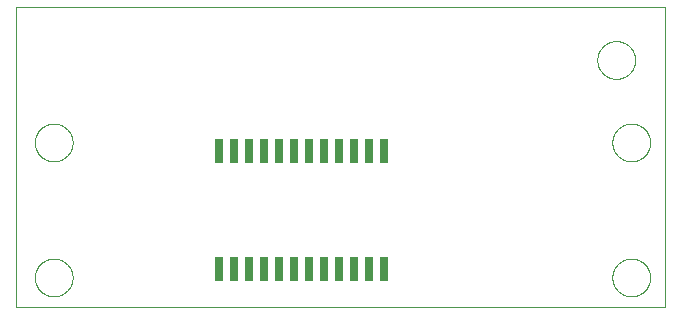
<source format=gtp>
G75*
%MOIN*%
%OFA0B0*%
%FSLAX25Y25*%
%IPPOS*%
%LPD*%
%AMOC8*
5,1,8,0,0,1.08239X$1,22.5*
%
%ADD10C,0.00000*%
%ADD11R,0.02600X0.08000*%
D10*
X0031420Y0001000D02*
X0031420Y0101000D01*
X0247670Y0101000D01*
X0247670Y0001000D01*
X0031420Y0001000D01*
X0037621Y0011000D02*
X0037623Y0011158D01*
X0037629Y0011316D01*
X0037639Y0011474D01*
X0037653Y0011632D01*
X0037671Y0011789D01*
X0037692Y0011946D01*
X0037718Y0012102D01*
X0037748Y0012258D01*
X0037781Y0012413D01*
X0037819Y0012566D01*
X0037860Y0012719D01*
X0037905Y0012871D01*
X0037954Y0013022D01*
X0038007Y0013171D01*
X0038063Y0013319D01*
X0038123Y0013465D01*
X0038187Y0013610D01*
X0038255Y0013753D01*
X0038326Y0013895D01*
X0038400Y0014035D01*
X0038478Y0014172D01*
X0038560Y0014308D01*
X0038644Y0014442D01*
X0038733Y0014573D01*
X0038824Y0014702D01*
X0038919Y0014829D01*
X0039016Y0014954D01*
X0039117Y0015076D01*
X0039221Y0015195D01*
X0039328Y0015312D01*
X0039438Y0015426D01*
X0039551Y0015537D01*
X0039666Y0015646D01*
X0039784Y0015751D01*
X0039905Y0015853D01*
X0040028Y0015953D01*
X0040154Y0016049D01*
X0040282Y0016142D01*
X0040412Y0016232D01*
X0040545Y0016318D01*
X0040680Y0016402D01*
X0040816Y0016481D01*
X0040955Y0016558D01*
X0041096Y0016630D01*
X0041238Y0016700D01*
X0041382Y0016765D01*
X0041528Y0016827D01*
X0041675Y0016885D01*
X0041824Y0016940D01*
X0041974Y0016991D01*
X0042125Y0017038D01*
X0042277Y0017081D01*
X0042430Y0017120D01*
X0042585Y0017156D01*
X0042740Y0017187D01*
X0042896Y0017215D01*
X0043052Y0017239D01*
X0043209Y0017259D01*
X0043367Y0017275D01*
X0043524Y0017287D01*
X0043683Y0017295D01*
X0043841Y0017299D01*
X0043999Y0017299D01*
X0044157Y0017295D01*
X0044316Y0017287D01*
X0044473Y0017275D01*
X0044631Y0017259D01*
X0044788Y0017239D01*
X0044944Y0017215D01*
X0045100Y0017187D01*
X0045255Y0017156D01*
X0045410Y0017120D01*
X0045563Y0017081D01*
X0045715Y0017038D01*
X0045866Y0016991D01*
X0046016Y0016940D01*
X0046165Y0016885D01*
X0046312Y0016827D01*
X0046458Y0016765D01*
X0046602Y0016700D01*
X0046744Y0016630D01*
X0046885Y0016558D01*
X0047024Y0016481D01*
X0047160Y0016402D01*
X0047295Y0016318D01*
X0047428Y0016232D01*
X0047558Y0016142D01*
X0047686Y0016049D01*
X0047812Y0015953D01*
X0047935Y0015853D01*
X0048056Y0015751D01*
X0048174Y0015646D01*
X0048289Y0015537D01*
X0048402Y0015426D01*
X0048512Y0015312D01*
X0048619Y0015195D01*
X0048723Y0015076D01*
X0048824Y0014954D01*
X0048921Y0014829D01*
X0049016Y0014702D01*
X0049107Y0014573D01*
X0049196Y0014442D01*
X0049280Y0014308D01*
X0049362Y0014172D01*
X0049440Y0014035D01*
X0049514Y0013895D01*
X0049585Y0013753D01*
X0049653Y0013610D01*
X0049717Y0013465D01*
X0049777Y0013319D01*
X0049833Y0013171D01*
X0049886Y0013022D01*
X0049935Y0012871D01*
X0049980Y0012719D01*
X0050021Y0012566D01*
X0050059Y0012413D01*
X0050092Y0012258D01*
X0050122Y0012102D01*
X0050148Y0011946D01*
X0050169Y0011789D01*
X0050187Y0011632D01*
X0050201Y0011474D01*
X0050211Y0011316D01*
X0050217Y0011158D01*
X0050219Y0011000D01*
X0050217Y0010842D01*
X0050211Y0010684D01*
X0050201Y0010526D01*
X0050187Y0010368D01*
X0050169Y0010211D01*
X0050148Y0010054D01*
X0050122Y0009898D01*
X0050092Y0009742D01*
X0050059Y0009587D01*
X0050021Y0009434D01*
X0049980Y0009281D01*
X0049935Y0009129D01*
X0049886Y0008978D01*
X0049833Y0008829D01*
X0049777Y0008681D01*
X0049717Y0008535D01*
X0049653Y0008390D01*
X0049585Y0008247D01*
X0049514Y0008105D01*
X0049440Y0007965D01*
X0049362Y0007828D01*
X0049280Y0007692D01*
X0049196Y0007558D01*
X0049107Y0007427D01*
X0049016Y0007298D01*
X0048921Y0007171D01*
X0048824Y0007046D01*
X0048723Y0006924D01*
X0048619Y0006805D01*
X0048512Y0006688D01*
X0048402Y0006574D01*
X0048289Y0006463D01*
X0048174Y0006354D01*
X0048056Y0006249D01*
X0047935Y0006147D01*
X0047812Y0006047D01*
X0047686Y0005951D01*
X0047558Y0005858D01*
X0047428Y0005768D01*
X0047295Y0005682D01*
X0047160Y0005598D01*
X0047024Y0005519D01*
X0046885Y0005442D01*
X0046744Y0005370D01*
X0046602Y0005300D01*
X0046458Y0005235D01*
X0046312Y0005173D01*
X0046165Y0005115D01*
X0046016Y0005060D01*
X0045866Y0005009D01*
X0045715Y0004962D01*
X0045563Y0004919D01*
X0045410Y0004880D01*
X0045255Y0004844D01*
X0045100Y0004813D01*
X0044944Y0004785D01*
X0044788Y0004761D01*
X0044631Y0004741D01*
X0044473Y0004725D01*
X0044316Y0004713D01*
X0044157Y0004705D01*
X0043999Y0004701D01*
X0043841Y0004701D01*
X0043683Y0004705D01*
X0043524Y0004713D01*
X0043367Y0004725D01*
X0043209Y0004741D01*
X0043052Y0004761D01*
X0042896Y0004785D01*
X0042740Y0004813D01*
X0042585Y0004844D01*
X0042430Y0004880D01*
X0042277Y0004919D01*
X0042125Y0004962D01*
X0041974Y0005009D01*
X0041824Y0005060D01*
X0041675Y0005115D01*
X0041528Y0005173D01*
X0041382Y0005235D01*
X0041238Y0005300D01*
X0041096Y0005370D01*
X0040955Y0005442D01*
X0040816Y0005519D01*
X0040680Y0005598D01*
X0040545Y0005682D01*
X0040412Y0005768D01*
X0040282Y0005858D01*
X0040154Y0005951D01*
X0040028Y0006047D01*
X0039905Y0006147D01*
X0039784Y0006249D01*
X0039666Y0006354D01*
X0039551Y0006463D01*
X0039438Y0006574D01*
X0039328Y0006688D01*
X0039221Y0006805D01*
X0039117Y0006924D01*
X0039016Y0007046D01*
X0038919Y0007171D01*
X0038824Y0007298D01*
X0038733Y0007427D01*
X0038644Y0007558D01*
X0038560Y0007692D01*
X0038478Y0007828D01*
X0038400Y0007965D01*
X0038326Y0008105D01*
X0038255Y0008247D01*
X0038187Y0008390D01*
X0038123Y0008535D01*
X0038063Y0008681D01*
X0038007Y0008829D01*
X0037954Y0008978D01*
X0037905Y0009129D01*
X0037860Y0009281D01*
X0037819Y0009434D01*
X0037781Y0009587D01*
X0037748Y0009742D01*
X0037718Y0009898D01*
X0037692Y0010054D01*
X0037671Y0010211D01*
X0037653Y0010368D01*
X0037639Y0010526D01*
X0037629Y0010684D01*
X0037623Y0010842D01*
X0037621Y0011000D01*
X0037621Y0056000D02*
X0037623Y0056158D01*
X0037629Y0056316D01*
X0037639Y0056474D01*
X0037653Y0056632D01*
X0037671Y0056789D01*
X0037692Y0056946D01*
X0037718Y0057102D01*
X0037748Y0057258D01*
X0037781Y0057413D01*
X0037819Y0057566D01*
X0037860Y0057719D01*
X0037905Y0057871D01*
X0037954Y0058022D01*
X0038007Y0058171D01*
X0038063Y0058319D01*
X0038123Y0058465D01*
X0038187Y0058610D01*
X0038255Y0058753D01*
X0038326Y0058895D01*
X0038400Y0059035D01*
X0038478Y0059172D01*
X0038560Y0059308D01*
X0038644Y0059442D01*
X0038733Y0059573D01*
X0038824Y0059702D01*
X0038919Y0059829D01*
X0039016Y0059954D01*
X0039117Y0060076D01*
X0039221Y0060195D01*
X0039328Y0060312D01*
X0039438Y0060426D01*
X0039551Y0060537D01*
X0039666Y0060646D01*
X0039784Y0060751D01*
X0039905Y0060853D01*
X0040028Y0060953D01*
X0040154Y0061049D01*
X0040282Y0061142D01*
X0040412Y0061232D01*
X0040545Y0061318D01*
X0040680Y0061402D01*
X0040816Y0061481D01*
X0040955Y0061558D01*
X0041096Y0061630D01*
X0041238Y0061700D01*
X0041382Y0061765D01*
X0041528Y0061827D01*
X0041675Y0061885D01*
X0041824Y0061940D01*
X0041974Y0061991D01*
X0042125Y0062038D01*
X0042277Y0062081D01*
X0042430Y0062120D01*
X0042585Y0062156D01*
X0042740Y0062187D01*
X0042896Y0062215D01*
X0043052Y0062239D01*
X0043209Y0062259D01*
X0043367Y0062275D01*
X0043524Y0062287D01*
X0043683Y0062295D01*
X0043841Y0062299D01*
X0043999Y0062299D01*
X0044157Y0062295D01*
X0044316Y0062287D01*
X0044473Y0062275D01*
X0044631Y0062259D01*
X0044788Y0062239D01*
X0044944Y0062215D01*
X0045100Y0062187D01*
X0045255Y0062156D01*
X0045410Y0062120D01*
X0045563Y0062081D01*
X0045715Y0062038D01*
X0045866Y0061991D01*
X0046016Y0061940D01*
X0046165Y0061885D01*
X0046312Y0061827D01*
X0046458Y0061765D01*
X0046602Y0061700D01*
X0046744Y0061630D01*
X0046885Y0061558D01*
X0047024Y0061481D01*
X0047160Y0061402D01*
X0047295Y0061318D01*
X0047428Y0061232D01*
X0047558Y0061142D01*
X0047686Y0061049D01*
X0047812Y0060953D01*
X0047935Y0060853D01*
X0048056Y0060751D01*
X0048174Y0060646D01*
X0048289Y0060537D01*
X0048402Y0060426D01*
X0048512Y0060312D01*
X0048619Y0060195D01*
X0048723Y0060076D01*
X0048824Y0059954D01*
X0048921Y0059829D01*
X0049016Y0059702D01*
X0049107Y0059573D01*
X0049196Y0059442D01*
X0049280Y0059308D01*
X0049362Y0059172D01*
X0049440Y0059035D01*
X0049514Y0058895D01*
X0049585Y0058753D01*
X0049653Y0058610D01*
X0049717Y0058465D01*
X0049777Y0058319D01*
X0049833Y0058171D01*
X0049886Y0058022D01*
X0049935Y0057871D01*
X0049980Y0057719D01*
X0050021Y0057566D01*
X0050059Y0057413D01*
X0050092Y0057258D01*
X0050122Y0057102D01*
X0050148Y0056946D01*
X0050169Y0056789D01*
X0050187Y0056632D01*
X0050201Y0056474D01*
X0050211Y0056316D01*
X0050217Y0056158D01*
X0050219Y0056000D01*
X0050217Y0055842D01*
X0050211Y0055684D01*
X0050201Y0055526D01*
X0050187Y0055368D01*
X0050169Y0055211D01*
X0050148Y0055054D01*
X0050122Y0054898D01*
X0050092Y0054742D01*
X0050059Y0054587D01*
X0050021Y0054434D01*
X0049980Y0054281D01*
X0049935Y0054129D01*
X0049886Y0053978D01*
X0049833Y0053829D01*
X0049777Y0053681D01*
X0049717Y0053535D01*
X0049653Y0053390D01*
X0049585Y0053247D01*
X0049514Y0053105D01*
X0049440Y0052965D01*
X0049362Y0052828D01*
X0049280Y0052692D01*
X0049196Y0052558D01*
X0049107Y0052427D01*
X0049016Y0052298D01*
X0048921Y0052171D01*
X0048824Y0052046D01*
X0048723Y0051924D01*
X0048619Y0051805D01*
X0048512Y0051688D01*
X0048402Y0051574D01*
X0048289Y0051463D01*
X0048174Y0051354D01*
X0048056Y0051249D01*
X0047935Y0051147D01*
X0047812Y0051047D01*
X0047686Y0050951D01*
X0047558Y0050858D01*
X0047428Y0050768D01*
X0047295Y0050682D01*
X0047160Y0050598D01*
X0047024Y0050519D01*
X0046885Y0050442D01*
X0046744Y0050370D01*
X0046602Y0050300D01*
X0046458Y0050235D01*
X0046312Y0050173D01*
X0046165Y0050115D01*
X0046016Y0050060D01*
X0045866Y0050009D01*
X0045715Y0049962D01*
X0045563Y0049919D01*
X0045410Y0049880D01*
X0045255Y0049844D01*
X0045100Y0049813D01*
X0044944Y0049785D01*
X0044788Y0049761D01*
X0044631Y0049741D01*
X0044473Y0049725D01*
X0044316Y0049713D01*
X0044157Y0049705D01*
X0043999Y0049701D01*
X0043841Y0049701D01*
X0043683Y0049705D01*
X0043524Y0049713D01*
X0043367Y0049725D01*
X0043209Y0049741D01*
X0043052Y0049761D01*
X0042896Y0049785D01*
X0042740Y0049813D01*
X0042585Y0049844D01*
X0042430Y0049880D01*
X0042277Y0049919D01*
X0042125Y0049962D01*
X0041974Y0050009D01*
X0041824Y0050060D01*
X0041675Y0050115D01*
X0041528Y0050173D01*
X0041382Y0050235D01*
X0041238Y0050300D01*
X0041096Y0050370D01*
X0040955Y0050442D01*
X0040816Y0050519D01*
X0040680Y0050598D01*
X0040545Y0050682D01*
X0040412Y0050768D01*
X0040282Y0050858D01*
X0040154Y0050951D01*
X0040028Y0051047D01*
X0039905Y0051147D01*
X0039784Y0051249D01*
X0039666Y0051354D01*
X0039551Y0051463D01*
X0039438Y0051574D01*
X0039328Y0051688D01*
X0039221Y0051805D01*
X0039117Y0051924D01*
X0039016Y0052046D01*
X0038919Y0052171D01*
X0038824Y0052298D01*
X0038733Y0052427D01*
X0038644Y0052558D01*
X0038560Y0052692D01*
X0038478Y0052828D01*
X0038400Y0052965D01*
X0038326Y0053105D01*
X0038255Y0053247D01*
X0038187Y0053390D01*
X0038123Y0053535D01*
X0038063Y0053681D01*
X0038007Y0053829D01*
X0037954Y0053978D01*
X0037905Y0054129D01*
X0037860Y0054281D01*
X0037819Y0054434D01*
X0037781Y0054587D01*
X0037748Y0054742D01*
X0037718Y0054898D01*
X0037692Y0055054D01*
X0037671Y0055211D01*
X0037653Y0055368D01*
X0037639Y0055526D01*
X0037629Y0055684D01*
X0037623Y0055842D01*
X0037621Y0056000D01*
X0225121Y0083500D02*
X0225123Y0083658D01*
X0225129Y0083816D01*
X0225139Y0083974D01*
X0225153Y0084132D01*
X0225171Y0084289D01*
X0225192Y0084446D01*
X0225218Y0084602D01*
X0225248Y0084758D01*
X0225281Y0084913D01*
X0225319Y0085066D01*
X0225360Y0085219D01*
X0225405Y0085371D01*
X0225454Y0085522D01*
X0225507Y0085671D01*
X0225563Y0085819D01*
X0225623Y0085965D01*
X0225687Y0086110D01*
X0225755Y0086253D01*
X0225826Y0086395D01*
X0225900Y0086535D01*
X0225978Y0086672D01*
X0226060Y0086808D01*
X0226144Y0086942D01*
X0226233Y0087073D01*
X0226324Y0087202D01*
X0226419Y0087329D01*
X0226516Y0087454D01*
X0226617Y0087576D01*
X0226721Y0087695D01*
X0226828Y0087812D01*
X0226938Y0087926D01*
X0227051Y0088037D01*
X0227166Y0088146D01*
X0227284Y0088251D01*
X0227405Y0088353D01*
X0227528Y0088453D01*
X0227654Y0088549D01*
X0227782Y0088642D01*
X0227912Y0088732D01*
X0228045Y0088818D01*
X0228180Y0088902D01*
X0228316Y0088981D01*
X0228455Y0089058D01*
X0228596Y0089130D01*
X0228738Y0089200D01*
X0228882Y0089265D01*
X0229028Y0089327D01*
X0229175Y0089385D01*
X0229324Y0089440D01*
X0229474Y0089491D01*
X0229625Y0089538D01*
X0229777Y0089581D01*
X0229930Y0089620D01*
X0230085Y0089656D01*
X0230240Y0089687D01*
X0230396Y0089715D01*
X0230552Y0089739D01*
X0230709Y0089759D01*
X0230867Y0089775D01*
X0231024Y0089787D01*
X0231183Y0089795D01*
X0231341Y0089799D01*
X0231499Y0089799D01*
X0231657Y0089795D01*
X0231816Y0089787D01*
X0231973Y0089775D01*
X0232131Y0089759D01*
X0232288Y0089739D01*
X0232444Y0089715D01*
X0232600Y0089687D01*
X0232755Y0089656D01*
X0232910Y0089620D01*
X0233063Y0089581D01*
X0233215Y0089538D01*
X0233366Y0089491D01*
X0233516Y0089440D01*
X0233665Y0089385D01*
X0233812Y0089327D01*
X0233958Y0089265D01*
X0234102Y0089200D01*
X0234244Y0089130D01*
X0234385Y0089058D01*
X0234524Y0088981D01*
X0234660Y0088902D01*
X0234795Y0088818D01*
X0234928Y0088732D01*
X0235058Y0088642D01*
X0235186Y0088549D01*
X0235312Y0088453D01*
X0235435Y0088353D01*
X0235556Y0088251D01*
X0235674Y0088146D01*
X0235789Y0088037D01*
X0235902Y0087926D01*
X0236012Y0087812D01*
X0236119Y0087695D01*
X0236223Y0087576D01*
X0236324Y0087454D01*
X0236421Y0087329D01*
X0236516Y0087202D01*
X0236607Y0087073D01*
X0236696Y0086942D01*
X0236780Y0086808D01*
X0236862Y0086672D01*
X0236940Y0086535D01*
X0237014Y0086395D01*
X0237085Y0086253D01*
X0237153Y0086110D01*
X0237217Y0085965D01*
X0237277Y0085819D01*
X0237333Y0085671D01*
X0237386Y0085522D01*
X0237435Y0085371D01*
X0237480Y0085219D01*
X0237521Y0085066D01*
X0237559Y0084913D01*
X0237592Y0084758D01*
X0237622Y0084602D01*
X0237648Y0084446D01*
X0237669Y0084289D01*
X0237687Y0084132D01*
X0237701Y0083974D01*
X0237711Y0083816D01*
X0237717Y0083658D01*
X0237719Y0083500D01*
X0237717Y0083342D01*
X0237711Y0083184D01*
X0237701Y0083026D01*
X0237687Y0082868D01*
X0237669Y0082711D01*
X0237648Y0082554D01*
X0237622Y0082398D01*
X0237592Y0082242D01*
X0237559Y0082087D01*
X0237521Y0081934D01*
X0237480Y0081781D01*
X0237435Y0081629D01*
X0237386Y0081478D01*
X0237333Y0081329D01*
X0237277Y0081181D01*
X0237217Y0081035D01*
X0237153Y0080890D01*
X0237085Y0080747D01*
X0237014Y0080605D01*
X0236940Y0080465D01*
X0236862Y0080328D01*
X0236780Y0080192D01*
X0236696Y0080058D01*
X0236607Y0079927D01*
X0236516Y0079798D01*
X0236421Y0079671D01*
X0236324Y0079546D01*
X0236223Y0079424D01*
X0236119Y0079305D01*
X0236012Y0079188D01*
X0235902Y0079074D01*
X0235789Y0078963D01*
X0235674Y0078854D01*
X0235556Y0078749D01*
X0235435Y0078647D01*
X0235312Y0078547D01*
X0235186Y0078451D01*
X0235058Y0078358D01*
X0234928Y0078268D01*
X0234795Y0078182D01*
X0234660Y0078098D01*
X0234524Y0078019D01*
X0234385Y0077942D01*
X0234244Y0077870D01*
X0234102Y0077800D01*
X0233958Y0077735D01*
X0233812Y0077673D01*
X0233665Y0077615D01*
X0233516Y0077560D01*
X0233366Y0077509D01*
X0233215Y0077462D01*
X0233063Y0077419D01*
X0232910Y0077380D01*
X0232755Y0077344D01*
X0232600Y0077313D01*
X0232444Y0077285D01*
X0232288Y0077261D01*
X0232131Y0077241D01*
X0231973Y0077225D01*
X0231816Y0077213D01*
X0231657Y0077205D01*
X0231499Y0077201D01*
X0231341Y0077201D01*
X0231183Y0077205D01*
X0231024Y0077213D01*
X0230867Y0077225D01*
X0230709Y0077241D01*
X0230552Y0077261D01*
X0230396Y0077285D01*
X0230240Y0077313D01*
X0230085Y0077344D01*
X0229930Y0077380D01*
X0229777Y0077419D01*
X0229625Y0077462D01*
X0229474Y0077509D01*
X0229324Y0077560D01*
X0229175Y0077615D01*
X0229028Y0077673D01*
X0228882Y0077735D01*
X0228738Y0077800D01*
X0228596Y0077870D01*
X0228455Y0077942D01*
X0228316Y0078019D01*
X0228180Y0078098D01*
X0228045Y0078182D01*
X0227912Y0078268D01*
X0227782Y0078358D01*
X0227654Y0078451D01*
X0227528Y0078547D01*
X0227405Y0078647D01*
X0227284Y0078749D01*
X0227166Y0078854D01*
X0227051Y0078963D01*
X0226938Y0079074D01*
X0226828Y0079188D01*
X0226721Y0079305D01*
X0226617Y0079424D01*
X0226516Y0079546D01*
X0226419Y0079671D01*
X0226324Y0079798D01*
X0226233Y0079927D01*
X0226144Y0080058D01*
X0226060Y0080192D01*
X0225978Y0080328D01*
X0225900Y0080465D01*
X0225826Y0080605D01*
X0225755Y0080747D01*
X0225687Y0080890D01*
X0225623Y0081035D01*
X0225563Y0081181D01*
X0225507Y0081329D01*
X0225454Y0081478D01*
X0225405Y0081629D01*
X0225360Y0081781D01*
X0225319Y0081934D01*
X0225281Y0082087D01*
X0225248Y0082242D01*
X0225218Y0082398D01*
X0225192Y0082554D01*
X0225171Y0082711D01*
X0225153Y0082868D01*
X0225139Y0083026D01*
X0225129Y0083184D01*
X0225123Y0083342D01*
X0225121Y0083500D01*
X0230121Y0056000D02*
X0230123Y0056158D01*
X0230129Y0056316D01*
X0230139Y0056474D01*
X0230153Y0056632D01*
X0230171Y0056789D01*
X0230192Y0056946D01*
X0230218Y0057102D01*
X0230248Y0057258D01*
X0230281Y0057413D01*
X0230319Y0057566D01*
X0230360Y0057719D01*
X0230405Y0057871D01*
X0230454Y0058022D01*
X0230507Y0058171D01*
X0230563Y0058319D01*
X0230623Y0058465D01*
X0230687Y0058610D01*
X0230755Y0058753D01*
X0230826Y0058895D01*
X0230900Y0059035D01*
X0230978Y0059172D01*
X0231060Y0059308D01*
X0231144Y0059442D01*
X0231233Y0059573D01*
X0231324Y0059702D01*
X0231419Y0059829D01*
X0231516Y0059954D01*
X0231617Y0060076D01*
X0231721Y0060195D01*
X0231828Y0060312D01*
X0231938Y0060426D01*
X0232051Y0060537D01*
X0232166Y0060646D01*
X0232284Y0060751D01*
X0232405Y0060853D01*
X0232528Y0060953D01*
X0232654Y0061049D01*
X0232782Y0061142D01*
X0232912Y0061232D01*
X0233045Y0061318D01*
X0233180Y0061402D01*
X0233316Y0061481D01*
X0233455Y0061558D01*
X0233596Y0061630D01*
X0233738Y0061700D01*
X0233882Y0061765D01*
X0234028Y0061827D01*
X0234175Y0061885D01*
X0234324Y0061940D01*
X0234474Y0061991D01*
X0234625Y0062038D01*
X0234777Y0062081D01*
X0234930Y0062120D01*
X0235085Y0062156D01*
X0235240Y0062187D01*
X0235396Y0062215D01*
X0235552Y0062239D01*
X0235709Y0062259D01*
X0235867Y0062275D01*
X0236024Y0062287D01*
X0236183Y0062295D01*
X0236341Y0062299D01*
X0236499Y0062299D01*
X0236657Y0062295D01*
X0236816Y0062287D01*
X0236973Y0062275D01*
X0237131Y0062259D01*
X0237288Y0062239D01*
X0237444Y0062215D01*
X0237600Y0062187D01*
X0237755Y0062156D01*
X0237910Y0062120D01*
X0238063Y0062081D01*
X0238215Y0062038D01*
X0238366Y0061991D01*
X0238516Y0061940D01*
X0238665Y0061885D01*
X0238812Y0061827D01*
X0238958Y0061765D01*
X0239102Y0061700D01*
X0239244Y0061630D01*
X0239385Y0061558D01*
X0239524Y0061481D01*
X0239660Y0061402D01*
X0239795Y0061318D01*
X0239928Y0061232D01*
X0240058Y0061142D01*
X0240186Y0061049D01*
X0240312Y0060953D01*
X0240435Y0060853D01*
X0240556Y0060751D01*
X0240674Y0060646D01*
X0240789Y0060537D01*
X0240902Y0060426D01*
X0241012Y0060312D01*
X0241119Y0060195D01*
X0241223Y0060076D01*
X0241324Y0059954D01*
X0241421Y0059829D01*
X0241516Y0059702D01*
X0241607Y0059573D01*
X0241696Y0059442D01*
X0241780Y0059308D01*
X0241862Y0059172D01*
X0241940Y0059035D01*
X0242014Y0058895D01*
X0242085Y0058753D01*
X0242153Y0058610D01*
X0242217Y0058465D01*
X0242277Y0058319D01*
X0242333Y0058171D01*
X0242386Y0058022D01*
X0242435Y0057871D01*
X0242480Y0057719D01*
X0242521Y0057566D01*
X0242559Y0057413D01*
X0242592Y0057258D01*
X0242622Y0057102D01*
X0242648Y0056946D01*
X0242669Y0056789D01*
X0242687Y0056632D01*
X0242701Y0056474D01*
X0242711Y0056316D01*
X0242717Y0056158D01*
X0242719Y0056000D01*
X0242717Y0055842D01*
X0242711Y0055684D01*
X0242701Y0055526D01*
X0242687Y0055368D01*
X0242669Y0055211D01*
X0242648Y0055054D01*
X0242622Y0054898D01*
X0242592Y0054742D01*
X0242559Y0054587D01*
X0242521Y0054434D01*
X0242480Y0054281D01*
X0242435Y0054129D01*
X0242386Y0053978D01*
X0242333Y0053829D01*
X0242277Y0053681D01*
X0242217Y0053535D01*
X0242153Y0053390D01*
X0242085Y0053247D01*
X0242014Y0053105D01*
X0241940Y0052965D01*
X0241862Y0052828D01*
X0241780Y0052692D01*
X0241696Y0052558D01*
X0241607Y0052427D01*
X0241516Y0052298D01*
X0241421Y0052171D01*
X0241324Y0052046D01*
X0241223Y0051924D01*
X0241119Y0051805D01*
X0241012Y0051688D01*
X0240902Y0051574D01*
X0240789Y0051463D01*
X0240674Y0051354D01*
X0240556Y0051249D01*
X0240435Y0051147D01*
X0240312Y0051047D01*
X0240186Y0050951D01*
X0240058Y0050858D01*
X0239928Y0050768D01*
X0239795Y0050682D01*
X0239660Y0050598D01*
X0239524Y0050519D01*
X0239385Y0050442D01*
X0239244Y0050370D01*
X0239102Y0050300D01*
X0238958Y0050235D01*
X0238812Y0050173D01*
X0238665Y0050115D01*
X0238516Y0050060D01*
X0238366Y0050009D01*
X0238215Y0049962D01*
X0238063Y0049919D01*
X0237910Y0049880D01*
X0237755Y0049844D01*
X0237600Y0049813D01*
X0237444Y0049785D01*
X0237288Y0049761D01*
X0237131Y0049741D01*
X0236973Y0049725D01*
X0236816Y0049713D01*
X0236657Y0049705D01*
X0236499Y0049701D01*
X0236341Y0049701D01*
X0236183Y0049705D01*
X0236024Y0049713D01*
X0235867Y0049725D01*
X0235709Y0049741D01*
X0235552Y0049761D01*
X0235396Y0049785D01*
X0235240Y0049813D01*
X0235085Y0049844D01*
X0234930Y0049880D01*
X0234777Y0049919D01*
X0234625Y0049962D01*
X0234474Y0050009D01*
X0234324Y0050060D01*
X0234175Y0050115D01*
X0234028Y0050173D01*
X0233882Y0050235D01*
X0233738Y0050300D01*
X0233596Y0050370D01*
X0233455Y0050442D01*
X0233316Y0050519D01*
X0233180Y0050598D01*
X0233045Y0050682D01*
X0232912Y0050768D01*
X0232782Y0050858D01*
X0232654Y0050951D01*
X0232528Y0051047D01*
X0232405Y0051147D01*
X0232284Y0051249D01*
X0232166Y0051354D01*
X0232051Y0051463D01*
X0231938Y0051574D01*
X0231828Y0051688D01*
X0231721Y0051805D01*
X0231617Y0051924D01*
X0231516Y0052046D01*
X0231419Y0052171D01*
X0231324Y0052298D01*
X0231233Y0052427D01*
X0231144Y0052558D01*
X0231060Y0052692D01*
X0230978Y0052828D01*
X0230900Y0052965D01*
X0230826Y0053105D01*
X0230755Y0053247D01*
X0230687Y0053390D01*
X0230623Y0053535D01*
X0230563Y0053681D01*
X0230507Y0053829D01*
X0230454Y0053978D01*
X0230405Y0054129D01*
X0230360Y0054281D01*
X0230319Y0054434D01*
X0230281Y0054587D01*
X0230248Y0054742D01*
X0230218Y0054898D01*
X0230192Y0055054D01*
X0230171Y0055211D01*
X0230153Y0055368D01*
X0230139Y0055526D01*
X0230129Y0055684D01*
X0230123Y0055842D01*
X0230121Y0056000D01*
X0230121Y0011000D02*
X0230123Y0011158D01*
X0230129Y0011316D01*
X0230139Y0011474D01*
X0230153Y0011632D01*
X0230171Y0011789D01*
X0230192Y0011946D01*
X0230218Y0012102D01*
X0230248Y0012258D01*
X0230281Y0012413D01*
X0230319Y0012566D01*
X0230360Y0012719D01*
X0230405Y0012871D01*
X0230454Y0013022D01*
X0230507Y0013171D01*
X0230563Y0013319D01*
X0230623Y0013465D01*
X0230687Y0013610D01*
X0230755Y0013753D01*
X0230826Y0013895D01*
X0230900Y0014035D01*
X0230978Y0014172D01*
X0231060Y0014308D01*
X0231144Y0014442D01*
X0231233Y0014573D01*
X0231324Y0014702D01*
X0231419Y0014829D01*
X0231516Y0014954D01*
X0231617Y0015076D01*
X0231721Y0015195D01*
X0231828Y0015312D01*
X0231938Y0015426D01*
X0232051Y0015537D01*
X0232166Y0015646D01*
X0232284Y0015751D01*
X0232405Y0015853D01*
X0232528Y0015953D01*
X0232654Y0016049D01*
X0232782Y0016142D01*
X0232912Y0016232D01*
X0233045Y0016318D01*
X0233180Y0016402D01*
X0233316Y0016481D01*
X0233455Y0016558D01*
X0233596Y0016630D01*
X0233738Y0016700D01*
X0233882Y0016765D01*
X0234028Y0016827D01*
X0234175Y0016885D01*
X0234324Y0016940D01*
X0234474Y0016991D01*
X0234625Y0017038D01*
X0234777Y0017081D01*
X0234930Y0017120D01*
X0235085Y0017156D01*
X0235240Y0017187D01*
X0235396Y0017215D01*
X0235552Y0017239D01*
X0235709Y0017259D01*
X0235867Y0017275D01*
X0236024Y0017287D01*
X0236183Y0017295D01*
X0236341Y0017299D01*
X0236499Y0017299D01*
X0236657Y0017295D01*
X0236816Y0017287D01*
X0236973Y0017275D01*
X0237131Y0017259D01*
X0237288Y0017239D01*
X0237444Y0017215D01*
X0237600Y0017187D01*
X0237755Y0017156D01*
X0237910Y0017120D01*
X0238063Y0017081D01*
X0238215Y0017038D01*
X0238366Y0016991D01*
X0238516Y0016940D01*
X0238665Y0016885D01*
X0238812Y0016827D01*
X0238958Y0016765D01*
X0239102Y0016700D01*
X0239244Y0016630D01*
X0239385Y0016558D01*
X0239524Y0016481D01*
X0239660Y0016402D01*
X0239795Y0016318D01*
X0239928Y0016232D01*
X0240058Y0016142D01*
X0240186Y0016049D01*
X0240312Y0015953D01*
X0240435Y0015853D01*
X0240556Y0015751D01*
X0240674Y0015646D01*
X0240789Y0015537D01*
X0240902Y0015426D01*
X0241012Y0015312D01*
X0241119Y0015195D01*
X0241223Y0015076D01*
X0241324Y0014954D01*
X0241421Y0014829D01*
X0241516Y0014702D01*
X0241607Y0014573D01*
X0241696Y0014442D01*
X0241780Y0014308D01*
X0241862Y0014172D01*
X0241940Y0014035D01*
X0242014Y0013895D01*
X0242085Y0013753D01*
X0242153Y0013610D01*
X0242217Y0013465D01*
X0242277Y0013319D01*
X0242333Y0013171D01*
X0242386Y0013022D01*
X0242435Y0012871D01*
X0242480Y0012719D01*
X0242521Y0012566D01*
X0242559Y0012413D01*
X0242592Y0012258D01*
X0242622Y0012102D01*
X0242648Y0011946D01*
X0242669Y0011789D01*
X0242687Y0011632D01*
X0242701Y0011474D01*
X0242711Y0011316D01*
X0242717Y0011158D01*
X0242719Y0011000D01*
X0242717Y0010842D01*
X0242711Y0010684D01*
X0242701Y0010526D01*
X0242687Y0010368D01*
X0242669Y0010211D01*
X0242648Y0010054D01*
X0242622Y0009898D01*
X0242592Y0009742D01*
X0242559Y0009587D01*
X0242521Y0009434D01*
X0242480Y0009281D01*
X0242435Y0009129D01*
X0242386Y0008978D01*
X0242333Y0008829D01*
X0242277Y0008681D01*
X0242217Y0008535D01*
X0242153Y0008390D01*
X0242085Y0008247D01*
X0242014Y0008105D01*
X0241940Y0007965D01*
X0241862Y0007828D01*
X0241780Y0007692D01*
X0241696Y0007558D01*
X0241607Y0007427D01*
X0241516Y0007298D01*
X0241421Y0007171D01*
X0241324Y0007046D01*
X0241223Y0006924D01*
X0241119Y0006805D01*
X0241012Y0006688D01*
X0240902Y0006574D01*
X0240789Y0006463D01*
X0240674Y0006354D01*
X0240556Y0006249D01*
X0240435Y0006147D01*
X0240312Y0006047D01*
X0240186Y0005951D01*
X0240058Y0005858D01*
X0239928Y0005768D01*
X0239795Y0005682D01*
X0239660Y0005598D01*
X0239524Y0005519D01*
X0239385Y0005442D01*
X0239244Y0005370D01*
X0239102Y0005300D01*
X0238958Y0005235D01*
X0238812Y0005173D01*
X0238665Y0005115D01*
X0238516Y0005060D01*
X0238366Y0005009D01*
X0238215Y0004962D01*
X0238063Y0004919D01*
X0237910Y0004880D01*
X0237755Y0004844D01*
X0237600Y0004813D01*
X0237444Y0004785D01*
X0237288Y0004761D01*
X0237131Y0004741D01*
X0236973Y0004725D01*
X0236816Y0004713D01*
X0236657Y0004705D01*
X0236499Y0004701D01*
X0236341Y0004701D01*
X0236183Y0004705D01*
X0236024Y0004713D01*
X0235867Y0004725D01*
X0235709Y0004741D01*
X0235552Y0004761D01*
X0235396Y0004785D01*
X0235240Y0004813D01*
X0235085Y0004844D01*
X0234930Y0004880D01*
X0234777Y0004919D01*
X0234625Y0004962D01*
X0234474Y0005009D01*
X0234324Y0005060D01*
X0234175Y0005115D01*
X0234028Y0005173D01*
X0233882Y0005235D01*
X0233738Y0005300D01*
X0233596Y0005370D01*
X0233455Y0005442D01*
X0233316Y0005519D01*
X0233180Y0005598D01*
X0233045Y0005682D01*
X0232912Y0005768D01*
X0232782Y0005858D01*
X0232654Y0005951D01*
X0232528Y0006047D01*
X0232405Y0006147D01*
X0232284Y0006249D01*
X0232166Y0006354D01*
X0232051Y0006463D01*
X0231938Y0006574D01*
X0231828Y0006688D01*
X0231721Y0006805D01*
X0231617Y0006924D01*
X0231516Y0007046D01*
X0231419Y0007171D01*
X0231324Y0007298D01*
X0231233Y0007427D01*
X0231144Y0007558D01*
X0231060Y0007692D01*
X0230978Y0007828D01*
X0230900Y0007965D01*
X0230826Y0008105D01*
X0230755Y0008247D01*
X0230687Y0008390D01*
X0230623Y0008535D01*
X0230563Y0008681D01*
X0230507Y0008829D01*
X0230454Y0008978D01*
X0230405Y0009129D01*
X0230360Y0009281D01*
X0230319Y0009434D01*
X0230281Y0009587D01*
X0230248Y0009742D01*
X0230218Y0009898D01*
X0230192Y0010054D01*
X0230171Y0010211D01*
X0230153Y0010368D01*
X0230139Y0010526D01*
X0230129Y0010684D01*
X0230123Y0010842D01*
X0230121Y0011000D01*
D11*
X0153920Y0013700D03*
X0148920Y0013700D03*
X0143920Y0013700D03*
X0138920Y0013700D03*
X0133920Y0013700D03*
X0128920Y0013700D03*
X0123920Y0013700D03*
X0118920Y0013700D03*
X0113920Y0013700D03*
X0108920Y0013700D03*
X0103920Y0013700D03*
X0098920Y0013700D03*
X0098920Y0053300D03*
X0103920Y0053300D03*
X0108920Y0053300D03*
X0113920Y0053300D03*
X0118920Y0053300D03*
X0123920Y0053300D03*
X0128920Y0053300D03*
X0133920Y0053300D03*
X0138920Y0053300D03*
X0143920Y0053300D03*
X0148920Y0053300D03*
X0153920Y0053300D03*
M02*

</source>
